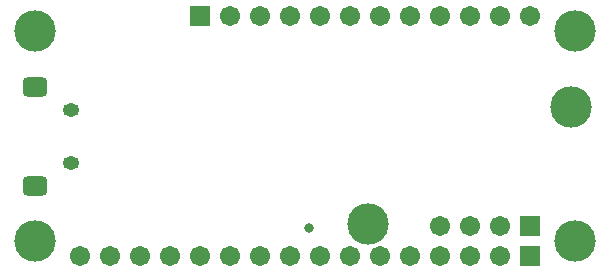
<source format=gbs>
G04*
G04 #@! TF.GenerationSoftware,Altium Limited,Altium Designer,20.1.11 (218)*
G04*
G04 Layer_Color=16711935*
%FSLAX25Y25*%
%MOIN*%
G70*
G04*
G04 #@! TF.SameCoordinates,8FD927A0-C605-41AB-96FE-A5BD1A317AAA*
G04*
G04*
G04 #@! TF.FilePolarity,Negative*
G04*
G01*
G75*
%ADD61C,0.06706*%
%ADD62R,0.06706X0.06706*%
%ADD63C,0.13800*%
G04:AMPARAMS|DCode=64|XSize=82.8mil|YSize=67.06mil|CornerRadius=18.76mil|HoleSize=0mil|Usage=FLASHONLY|Rotation=0.000|XOffset=0mil|YOffset=0mil|HoleType=Round|Shape=RoundedRectangle|*
%AMROUNDEDRECTD64*
21,1,0.08280,0.02953,0,0,0.0*
21,1,0.04528,0.06706,0,0,0.0*
1,1,0.03753,0.02264,-0.01476*
1,1,0.03753,-0.02264,-0.01476*
1,1,0.03753,-0.02264,0.01476*
1,1,0.03753,0.02264,0.01476*
%
%ADD64ROUNDEDRECTD64*%
%ADD65O,0.05524X0.04343*%
%ADD66C,0.03200*%
D61*
X155000Y15000D02*
D03*
X145000D02*
D03*
X165000D02*
D03*
X75000Y85000D02*
D03*
X85000D02*
D03*
X95000D02*
D03*
X115000D02*
D03*
X125000D02*
D03*
X105000D02*
D03*
X165000D02*
D03*
X175000D02*
D03*
X135000D02*
D03*
X155000D02*
D03*
X145000D02*
D03*
X125000Y5000D02*
D03*
X115000D02*
D03*
X135000D02*
D03*
X95000D02*
D03*
X85000D02*
D03*
X105000D02*
D03*
X165000D02*
D03*
X145000D02*
D03*
X155000D02*
D03*
X25000D02*
D03*
X35000D02*
D03*
X45000D02*
D03*
X55000D02*
D03*
X75000D02*
D03*
X65000D02*
D03*
D62*
X175000Y15000D02*
D03*
X65000Y85000D02*
D03*
X175000Y5000D02*
D03*
D63*
X188585Y54805D02*
D03*
X121085Y15805D02*
D03*
X10000Y80000D02*
D03*
X190000Y10000D02*
D03*
Y80000D02*
D03*
X10000Y10000D02*
D03*
D64*
Y28563D02*
D03*
Y61437D02*
D03*
D65*
X21811Y36240D02*
D03*
Y53760D02*
D03*
D66*
X101200Y14400D02*
D03*
M02*

</source>
